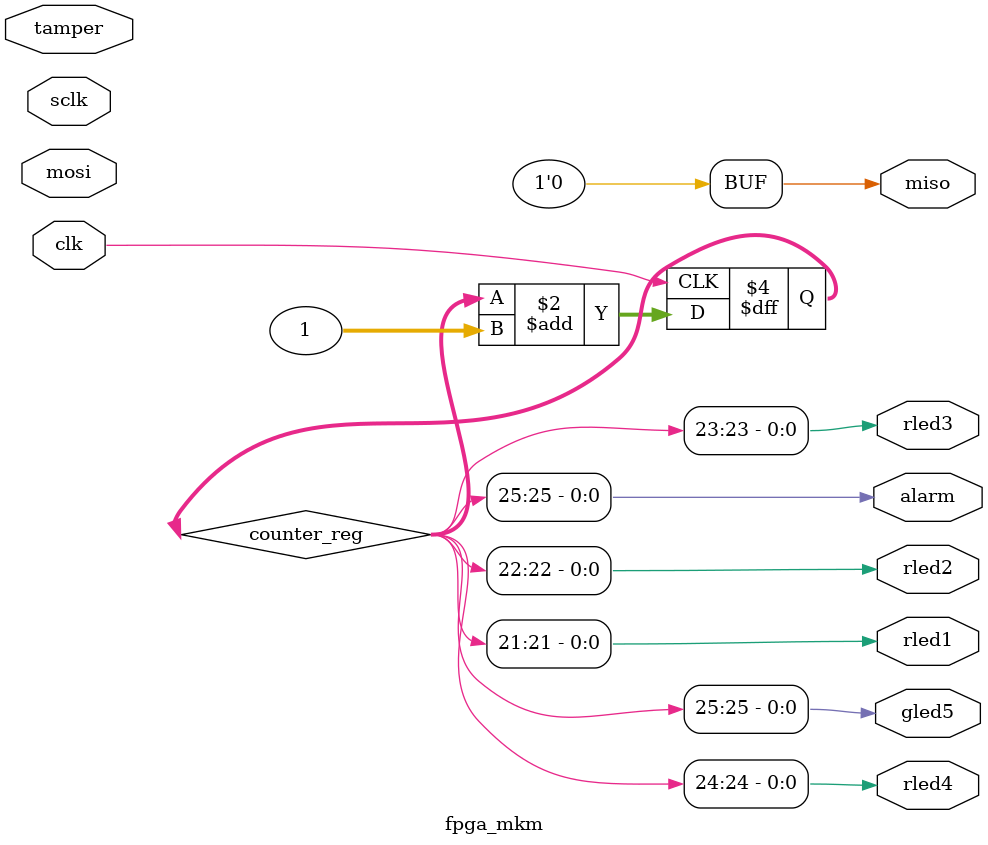
<source format=v>

module fpga_mkm(
                input wire clk,

                input wire sclk,
                input wire mosi,
                output wire miso,

                // Tamper and alarm
                input wire tamper,
                output wire alarm,

                output wire rled1,
                output wire rled2,
                output wire rled3,
                output wire rled4,
                output wire gled5
               );

  //----------------------------------------------------------------
  // Registers including update variables and write enable.
  //----------------------------------------------------------------
  reg [31 : 0] counter_reg = 32'b0;


  //----------------------------------------------------------------
  // Concurrent connectivity for ports etc.
  //----------------------------------------------------------------
  assign rled1 = counter_reg[21];
  assign rled2 = counter_reg[22];
  assign rled3 = counter_reg[23];
  assign rled4 = counter_reg[24];
  assign gled5 = counter_reg[25];

  assign miso  = 1'h0;
  assign alarm = counter_reg[25];


  //----------------------------------------------------------------
  // reg_update
  //----------------------------------------------------------------
  always @ (posedge clk)
    begin : reg_update
      counter_reg <= counter_reg + 1;
    end

endmodule // fpga_mkm

//======================================================================
// EOF fpga_mkm.v
//======================================================================

</source>
